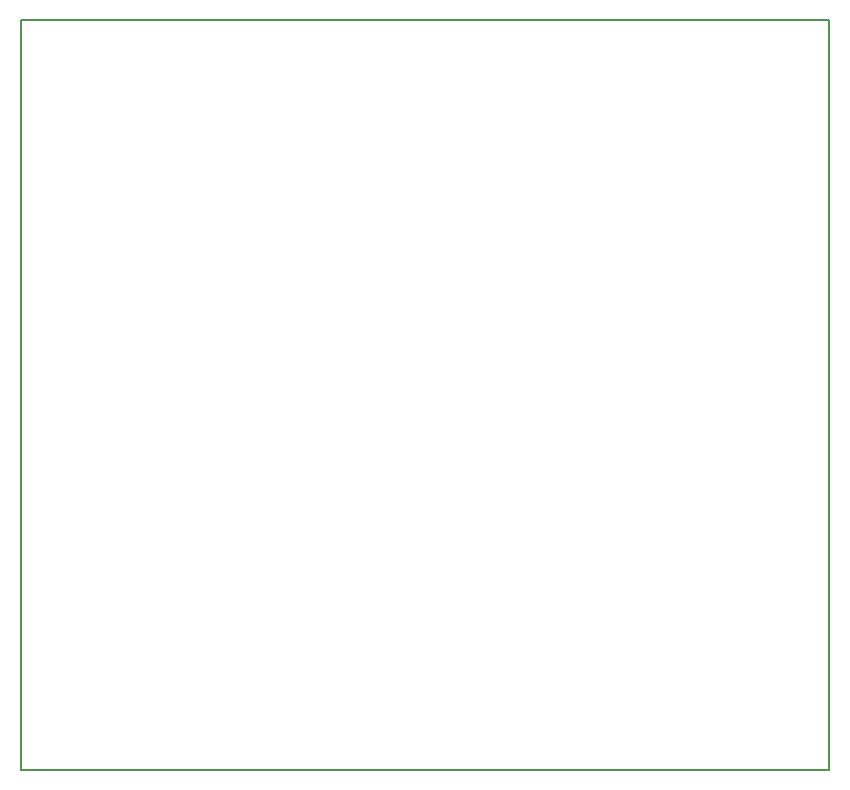
<source format=gbo>
G04 MADE WITH FRITZING*
G04 WWW.FRITZING.ORG*
G04 DOUBLE SIDED*
G04 HOLES PLATED*
G04 CONTOUR ON CENTER OF CONTOUR VECTOR*
%ASAXBY*%
%FSLAX23Y23*%
%MOIN*%
%OFA0B0*%
%SFA1.0B1.0*%
%ADD10R,2.699520X2.508150X2.683520X2.492150*%
%ADD11C,0.008000*%
%LNSILK0*%
G90*
G70*
G54D11*
X4Y2504D02*
X2696Y2504D01*
X2696Y4D01*
X4Y4D01*
X4Y2504D01*
D02*
G04 End of Silk0*
M02*
</source>
